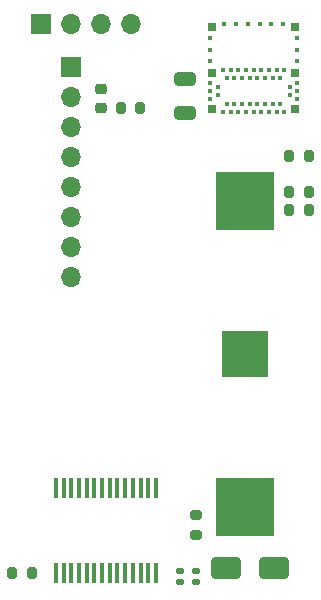
<source format=gbr>
%TF.GenerationSoftware,KiCad,Pcbnew,8.0.6*%
%TF.CreationDate,2025-06-16T01:38:39+09:00*%
%TF.ProjectId,card,63617264-2e6b-4696-9361-645f70636258,rev?*%
%TF.SameCoordinates,Original*%
%TF.FileFunction,Soldermask,Top*%
%TF.FilePolarity,Negative*%
%FSLAX46Y46*%
G04 Gerber Fmt 4.6, Leading zero omitted, Abs format (unit mm)*
G04 Created by KiCad (PCBNEW 8.0.6) date 2025-06-16 01:38:39*
%MOMM*%
%LPD*%
G01*
G04 APERTURE LIST*
G04 Aperture macros list*
%AMRoundRect*
0 Rectangle with rounded corners*
0 $1 Rounding radius*
0 $2 $3 $4 $5 $6 $7 $8 $9 X,Y pos of 4 corners*
0 Add a 4 corners polygon primitive as box body*
4,1,4,$2,$3,$4,$5,$6,$7,$8,$9,$2,$3,0*
0 Add four circle primitives for the rounded corners*
1,1,$1+$1,$2,$3*
1,1,$1+$1,$4,$5*
1,1,$1+$1,$6,$7*
1,1,$1+$1,$8,$9*
0 Add four rect primitives between the rounded corners*
20,1,$1+$1,$2,$3,$4,$5,0*
20,1,$1+$1,$4,$5,$6,$7,0*
20,1,$1+$1,$6,$7,$8,$9,0*
20,1,$1+$1,$8,$9,$2,$3,0*%
G04 Aperture macros list end*
%ADD10RoundRect,0.200000X0.200000X0.275000X-0.200000X0.275000X-0.200000X-0.275000X0.200000X-0.275000X0*%
%ADD11R,5.000000X5.000000*%
%ADD12R,4.000000X4.000000*%
%ADD13RoundRect,0.140000X-0.170000X0.140000X-0.170000X-0.140000X0.170000X-0.140000X0.170000X0.140000X0*%
%ADD14R,0.450000X1.750000*%
%ADD15RoundRect,0.200000X0.275000X-0.200000X0.275000X0.200000X-0.275000X0.200000X-0.275000X-0.200000X0*%
%ADD16RoundRect,0.200000X-0.200000X-0.275000X0.200000X-0.275000X0.200000X0.275000X-0.200000X0.275000X0*%
%ADD17RoundRect,0.250000X-1.000000X-0.650000X1.000000X-0.650000X1.000000X0.650000X-1.000000X0.650000X0*%
%ADD18RoundRect,0.218750X0.256250X-0.218750X0.256250X0.218750X-0.256250X0.218750X-0.256250X-0.218750X0*%
%ADD19R,0.800000X0.800000*%
%ADD20R,0.400000X0.400000*%
%ADD21RoundRect,0.250000X-0.650000X0.325000X-0.650000X-0.325000X0.650000X-0.325000X0.650000X0.325000X0*%
%ADD22R,1.700000X1.700000*%
%ADD23O,1.700000X1.700000*%
G04 APERTURE END LIST*
D10*
%TO.C,R4*%
X138150000Y-63000000D03*
X136500000Y-63000000D03*
%TD*%
%TO.C,R3*%
X138150000Y-66000000D03*
X136500000Y-66000000D03*
%TD*%
D11*
%TO.C,BT1*%
X132790773Y-66750000D03*
X132790773Y-92650000D03*
D12*
X132790773Y-79700000D03*
%TD*%
D13*
%TO.C,C2*%
X128600000Y-98100000D03*
X128600000Y-99060000D03*
%TD*%
D14*
%TO.C,U2*%
X125225000Y-91100000D03*
X124575000Y-91100000D03*
X123925000Y-91100000D03*
X123275000Y-91100000D03*
X122625000Y-91100000D03*
X121975000Y-91100000D03*
X121325000Y-91100000D03*
X120675000Y-91100000D03*
X120025000Y-91100000D03*
X119375000Y-91100000D03*
X118725000Y-91100000D03*
X118075000Y-91100000D03*
X117425000Y-91100000D03*
X116775000Y-91100000D03*
X116775000Y-98300000D03*
X117425000Y-98300000D03*
X118075000Y-98300000D03*
X118725000Y-98300000D03*
X119375000Y-98300000D03*
X120025000Y-98300000D03*
X120675000Y-98300000D03*
X121325000Y-98300000D03*
X121975000Y-98300000D03*
X122625000Y-98300000D03*
X123275000Y-98300000D03*
X123925000Y-98300000D03*
X124575000Y-98300000D03*
X125225000Y-98300000D03*
%TD*%
D15*
%TO.C,R5*%
X128600000Y-95025000D03*
X128600000Y-93375000D03*
%TD*%
D16*
%TO.C,R2*%
X113075000Y-98300000D03*
X114725000Y-98300000D03*
%TD*%
D13*
%TO.C,C1*%
X127300000Y-98100000D03*
X127300000Y-99060000D03*
%TD*%
D17*
%TO.C,D1*%
X131200000Y-97800000D03*
X135200000Y-97800000D03*
%TD*%
D18*
%TO.C,D2*%
X120600000Y-58900000D03*
X120600000Y-57325000D03*
%TD*%
D19*
%TO.C,U1*%
X137000000Y-59000000D03*
D20*
X137200000Y-58100000D03*
X136550000Y-57775000D03*
X137200000Y-57450000D03*
X136550000Y-57125000D03*
X137200000Y-56800000D03*
D19*
X137000000Y-55900000D03*
D20*
X136100000Y-55700000D03*
X135775000Y-56350000D03*
X135450000Y-55700000D03*
X135125000Y-56350000D03*
X134800000Y-55700000D03*
X134475000Y-56350000D03*
X134150000Y-55700000D03*
X133825000Y-56350000D03*
X133500000Y-55700000D03*
X133175000Y-56350000D03*
X132850000Y-55700000D03*
X132525000Y-56350000D03*
X132200000Y-55700000D03*
X131875000Y-56350000D03*
X131550000Y-55700000D03*
X131225000Y-56350000D03*
X130900000Y-55700000D03*
D19*
X130000000Y-55900000D03*
D20*
X129800000Y-56800000D03*
X130450000Y-57125000D03*
X129800000Y-57450000D03*
X130450000Y-57775000D03*
X129800000Y-58100000D03*
D19*
X130000000Y-59000000D03*
D20*
X130900000Y-59200000D03*
X131225000Y-58550000D03*
X131550000Y-59200000D03*
X131875000Y-58550000D03*
X132200000Y-59200000D03*
X132525000Y-58550000D03*
X132850000Y-59200000D03*
X133175000Y-58550000D03*
X133500000Y-59200000D03*
X133825000Y-58550000D03*
X134150000Y-59200000D03*
X134475000Y-58550000D03*
X134800000Y-59200000D03*
X135125000Y-58550000D03*
X135450000Y-59200000D03*
X135775000Y-58550000D03*
X136100000Y-59200000D03*
X137200000Y-54950000D03*
X137200000Y-53950000D03*
X137200000Y-52950000D03*
D19*
X137000000Y-52000000D03*
D20*
X136000000Y-51800000D03*
X135000000Y-51800000D03*
X134000000Y-51800000D03*
X133000000Y-51800000D03*
X132000000Y-51800000D03*
X131000000Y-51800000D03*
D19*
X130000000Y-52000000D03*
D20*
X129800000Y-52950000D03*
X129800000Y-53950000D03*
X129800000Y-54950000D03*
%TD*%
D16*
%TO.C,R6*%
X122250000Y-58900000D03*
X123900000Y-58900000D03*
%TD*%
D10*
%TO.C,R1*%
X138150000Y-67500000D03*
X136500000Y-67500000D03*
%TD*%
D21*
%TO.C,C3*%
X127700000Y-56400000D03*
X127700000Y-59350000D03*
%TD*%
D22*
%TO.C,J2*%
X115500000Y-51800000D03*
D23*
X118040000Y-51800000D03*
X120580000Y-51800000D03*
X123120000Y-51800000D03*
%TD*%
D22*
%TO.C,J1*%
X118000000Y-55400000D03*
D23*
X118000000Y-57940000D03*
X118000000Y-60480000D03*
X118000000Y-63020000D03*
X118000000Y-65560000D03*
X118000000Y-68100000D03*
X118000000Y-70640000D03*
X118000000Y-73180000D03*
%TD*%
M02*

</source>
